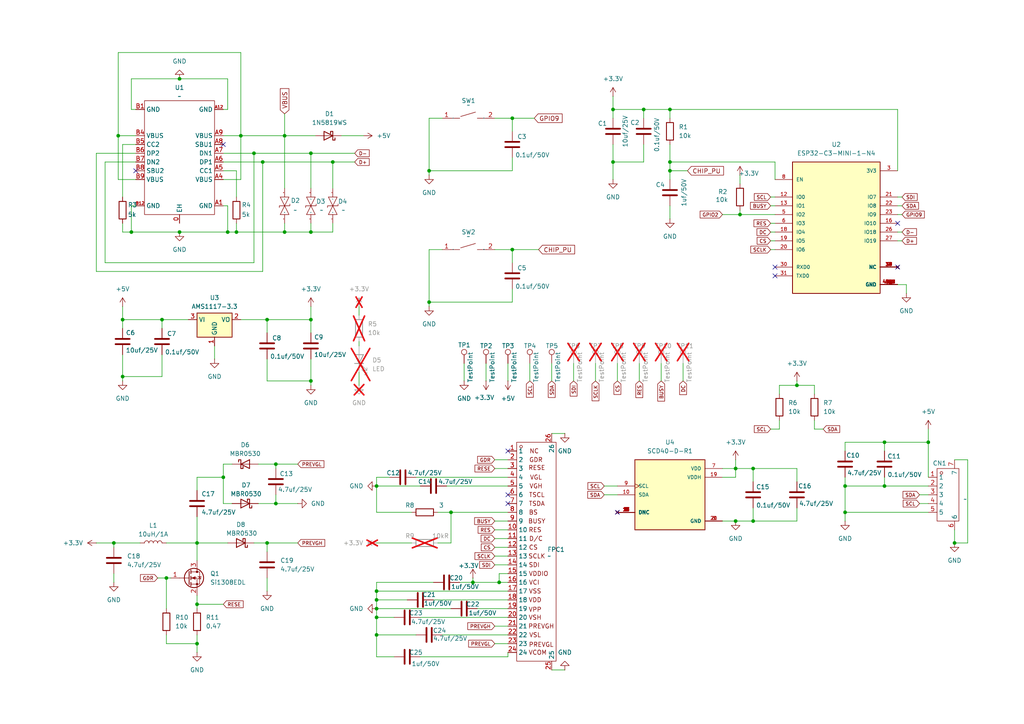
<source format=kicad_sch>
(kicad_sch (version 20250114) (generator "eeschema") (generator_version "9.0")
  (paper "A4")
  (junction (at 269.24 128.27))
  (junction (at 57.15 175.26))
  (junction (at 69.85 39.37))
  (junction (at 64.77 138.43))
  (junction (at 52.07 22.86))
  (junction (at 177.8 46.99))
  (junction (at 90.17 92.71))
  (junction (at 144.78 168.91))
  (junction (at 109.22 176.53))
  (junction (at 194.31 49.53))
  (junction (at 52.07 67.31))
  (junction (at 148.59 34.29))
  (junction (at 77.47 157.48))
  (junction (at 109.22 179.07))
  (junction (at 218.44 151.13))
  (junction (at 35.56 92.71))
  (junction (at 68.58 67.31))
  (junction (at 90.17 67.31))
  (junction (at 77.47 92.71))
  (junction (at 214.63 62.23))
  (junction (at 80.01 146.05))
  (junction (at 109.22 140.97))
  (junction (at 82.55 39.37))
  (junction (at 38.1 67.31))
  (junction (at 256.54 128.27))
  (junction (at 109.22 173.99))
  (junction (at 76.2 46.99))
  (junction (at 213.36 151.13))
  (junction (at 109.22 184.15))
  (junction (at 66.04 67.31))
  (junction (at 256.54 140.97))
  (junction (at 177.8 31.75))
  (junction (at 276.86 157.48))
  (junction (at 33.02 157.48))
  (junction (at 46.99 92.71))
  (junction (at 194.31 31.75))
  (junction (at 194.31 46.99))
  (junction (at 80.01 134.62))
  (junction (at 34.29 39.37))
  (junction (at 90.17 44.45))
  (junction (at 90.17 110.49))
  (junction (at 213.36 135.89))
  (junction (at 218.44 135.89))
  (junction (at 137.16 168.91))
  (junction (at 124.46 49.53))
  (junction (at 124.46 87.63))
  (junction (at 96.52 46.99))
  (junction (at 109.22 171.45))
  (junction (at 231.14 111.76))
  (junction (at 73.66 44.45))
  (junction (at 35.56 109.22))
  (junction (at 245.11 148.59))
  (junction (at 130.81 148.59))
  (junction (at 82.55 67.31))
  (junction (at 245.11 140.97))
  (junction (at 48.26 167.64))
  (junction (at 57.15 186.69))
  (junction (at 57.15 157.48))
  (junction (at 186.69 31.75))
  (junction (at 148.59 72.39))
  (no_connect (at 64.77 41.91))
  (no_connect (at 147.32 130.81))
  (no_connect (at 260.35 64.77))
  (no_connect (at 224.79 77.47))
  (no_connect (at 224.79 80.01))
  (no_connect (at 147.32 143.51))
  (no_connect (at 147.32 146.05))
  (no_connect (at 39.37 49.53))
  (no_connect (at 260.35 77.47))
  (no_connect (at 179.07 148.59))
  (wire (pts (xy 57.15 142.24) (xy 57.15 138.43)))
  (wire (pts (xy 64.77 49.53) (xy 68.58 49.53)))
  (wire (pts (xy 57.15 157.48) (xy 57.15 162.56)))
  (wire (pts (xy 143.51 186.69) (xy 147.32 186.69)))
  (wire (pts (xy 175.26 143.51) (xy 179.07 143.51)))
  (wire (pts (xy 77.47 104.14) (xy 77.47 110.49)))
  (wire (pts (xy 209.55 62.23) (xy 214.63 62.23)))
  (wire (pts (xy 33.02 166.37) (xy 33.02 168.91)))
  (wire (pts (xy 64.77 52.07) (xy 69.85 52.07)))
  (wire (pts (xy 64.77 46.99) (xy 76.2 46.99)))
  (wire (pts (xy 73.66 44.45) (xy 90.17 44.45)))
  (wire (pts (xy 69.85 15.24) (xy 69.85 39.37)))
  (wire (pts (xy 128.27 184.15) (xy 147.32 184.15)))
  (wire (pts (xy 209.55 135.89) (xy 213.36 135.89)))
  (wire (pts (xy 114.3 190.5) (xy 109.22 190.5)))
  (wire (pts (xy 35.56 67.31) (xy 38.1 67.31)))
  (wire (pts (xy 77.47 96.52) (xy 77.47 92.71)))
  (wire (pts (xy 120.65 138.43) (xy 147.32 138.43)))
  (wire (pts (xy 34.29 39.37) (xy 34.29 15.24)))
  (wire (pts (xy 256.54 128.27) (xy 269.24 128.27)))
  (wire (pts (xy 66.04 67.31) (xy 68.58 67.31)))
  (wire (pts (xy 226.06 124.46) (xy 226.06 121.92)))
  (wire (pts (xy 80.01 134.62) (xy 86.36 134.62)))
  (wire (pts (xy 35.56 92.71) (xy 46.99 92.71)))
  (wire (pts (xy 166.37 105.41) (xy 166.37 110.49)))
  (wire (pts (xy 77.47 157.48) (xy 86.36 157.48)))
  (wire (pts (xy 127 148.59) (xy 130.81 148.59)))
  (wire (pts (xy 186.69 46.99) (xy 177.8 46.99)))
  (wire (pts (xy 238.76 124.46) (xy 236.22 124.46)))
  (wire (pts (xy 69.85 92.71) (xy 77.47 92.71)))
  (wire (pts (xy 256.54 128.27) (xy 256.54 130.81)))
  (wire (pts (xy 57.15 186.69) (xy 57.15 189.23)))
  (wire (pts (xy 143.51 151.13) (xy 147.32 151.13)))
  (wire (pts (xy 64.77 138.43) (xy 64.77 146.05)))
  (wire (pts (xy 64.77 44.45) (xy 73.66 44.45)))
  (wire (pts (xy 144.78 168.91) (xy 147.32 168.91)))
  (wire (pts (xy 256.54 140.97) (xy 269.24 140.97)))
  (wire (pts (xy 35.56 102.87) (xy 35.56 109.22)))
  (wire (pts (xy 269.24 128.27) (xy 269.24 138.43)))
  (wire (pts (xy 119.38 148.59) (xy 109.22 148.59)))
  (wire (pts (xy 194.31 41.91) (xy 194.31 46.99)))
  (wire (pts (xy 109.22 184.15) (xy 109.22 190.5)))
  (wire (pts (xy 109.22 157.48) (xy 119.38 157.48)))
  (wire (pts (xy 137.16 167.64) (xy 137.16 168.91)))
  (wire (pts (xy 198.12 105.41) (xy 198.12 110.49)))
  (wire (pts (xy 125.73 173.99) (xy 147.32 173.99)))
  (wire (pts (xy 96.52 67.31) (xy 90.17 67.31)))
  (wire (pts (xy 64.77 134.62) (xy 64.77 138.43)))
  (wire (pts (xy 77.47 92.71) (xy 90.17 92.71)))
  (wire (pts (xy 68.58 67.31) (xy 82.55 67.31)))
  (wire (pts (xy 74.93 134.62) (xy 80.01 134.62)))
  (wire (pts (xy 194.31 46.99) (xy 224.79 46.99)))
  (wire (pts (xy 38.1 59.69) (xy 39.37 59.69)))
  (wire (pts (xy 64.77 59.69) (xy 66.04 59.69)))
  (wire (pts (xy 90.17 67.31) (xy 82.55 67.31)))
  (wire (pts (xy 66.04 157.48) (xy 57.15 157.48)))
  (wire (pts (xy 245.11 128.27) (xy 256.54 128.27)))
  (wire (pts (xy 177.8 27.94) (xy 177.8 31.75)))
  (wire (pts (xy 57.15 157.48) (xy 57.15 149.86)))
  (wire (pts (xy 76.2 78.74) (xy 76.2 46.99)))
  (wire (pts (xy 118.11 173.99) (xy 109.22 173.99)))
  (wire (pts (xy 231.14 139.7) (xy 231.14 135.89)))
  (wire (pts (xy 57.15 186.69) (xy 57.15 184.15)))
  (wire (pts (xy 231.14 147.32) (xy 231.14 151.13)))
  (wire (pts (xy 214.63 62.23) (xy 224.79 62.23)))
  (wire (pts (xy 109.22 173.99) (xy 109.22 176.53)))
  (wire (pts (xy 130.81 157.48) (xy 130.81 148.59)))
  (wire (pts (xy 68.58 67.31) (xy 68.58 64.77)))
  (wire (pts (xy 236.22 114.3) (xy 236.22 111.76)))
  (wire (pts (xy 147.32 190.5) (xy 147.32 189.23)))
  (wire (pts (xy 226.06 114.3) (xy 226.06 111.76)))
  (wire (pts (xy 177.8 34.29) (xy 177.8 31.75)))
  (wire (pts (xy 223.52 69.85) (xy 224.79 69.85)))
  (wire (pts (xy 82.55 39.37) (xy 91.44 39.37)))
  (wire (pts (xy 143.51 153.67) (xy 147.32 153.67)))
  (wire (pts (xy 223.52 67.31) (xy 224.79 67.31)))
  (wire (pts (xy 172.72 105.41) (xy 172.72 110.49)))
  (wire (pts (xy 104.14 99.06) (xy 104.14 100.33)))
  (wire (pts (xy 245.11 140.97) (xy 245.11 148.59)))
  (wire (pts (xy 186.69 34.29) (xy 186.69 31.75)))
  (wire (pts (xy 109.22 179.07) (xy 114.3 179.07)))
  (wire (pts (xy 104.14 107.95) (xy 104.14 111.76)))
  (wire (pts (xy 57.15 175.26) (xy 57.15 176.53)))
  (wire (pts (xy 214.63 60.96) (xy 214.63 62.23)))
  (wire (pts (xy 213.36 138.43) (xy 209.55 138.43)))
  (wire (pts (xy 80.01 134.62) (xy 80.01 135.89)))
  (wire (pts (xy 269.24 124.46) (xy 269.24 128.27)))
  (wire (pts (xy 148.59 87.63) (xy 124.46 87.63)))
  (wire (pts (xy 245.11 148.59) (xy 269.24 148.59)))
  (wire (pts (xy 130.81 148.59) (xy 147.32 148.59)))
  (wire (pts (xy 148.59 49.53) (xy 124.46 49.53)))
  (wire (pts (xy 90.17 92.71) (xy 90.17 96.52)))
  (wire (pts (xy 66.04 31.75) (xy 64.77 31.75)))
  (wire (pts (xy 260.35 59.69) (xy 261.62 59.69)))
  (wire (pts (xy 64.77 146.05) (xy 67.31 146.05)))
  (wire (pts (xy 67.31 134.62) (xy 64.77 134.62)))
  (wire (pts (xy 34.29 15.24) (xy 69.85 15.24)))
  (wire (pts (xy 245.11 128.27) (xy 245.11 130.81)))
  (wire (pts (xy 218.44 135.89) (xy 213.36 135.89)))
  (wire (pts (xy 143.51 135.89) (xy 147.32 135.89)))
  (wire (pts (xy 236.22 124.46) (xy 236.22 121.92)))
  (wire (pts (xy 38.1 59.69) (xy 38.1 67.31)))
  (wire (pts (xy 80.01 143.51) (xy 80.01 146.05)))
  (wire (pts (xy 175.26 140.97) (xy 179.07 140.97)))
  (wire (pts (xy 38.1 67.31) (xy 52.07 67.31)))
  (wire (pts (xy 27.94 44.45) (xy 27.94 78.74)))
  (wire (pts (xy 133.35 168.91) (xy 137.16 168.91)))
  (wire (pts (xy 179.07 105.41) (xy 179.07 110.49)))
  (wire (pts (xy 74.93 146.05) (xy 80.01 146.05)))
  (wire (pts (xy 45.72 167.64) (xy 48.26 167.64)))
  (wire (pts (xy 124.46 72.39) (xy 124.46 87.63)))
  (wire (pts (xy 160.02 105.41) (xy 160.02 110.49)))
  (wire (pts (xy 148.59 76.2) (xy 148.59 72.39)))
  (wire (pts (xy 191.77 105.41) (xy 191.77 110.49)))
  (wire (pts (xy 66.04 22.86) (xy 52.07 22.86)))
  (wire (pts (xy 223.52 57.15) (xy 224.79 57.15)))
  (wire (pts (xy 34.29 39.37) (xy 39.37 39.37)))
  (wire (pts (xy 27.94 157.48) (xy 33.02 157.48)))
  (wire (pts (xy 128.27 72.39) (xy 124.46 72.39)))
  (wire (pts (xy 280.67 157.48) (xy 276.86 157.48)))
  (wire (pts (xy 194.31 59.69) (xy 194.31 63.5)))
  (wire (pts (xy 129.54 140.97) (xy 147.32 140.97)))
  (wire (pts (xy 35.56 109.22) (xy 35.56 110.49)))
  (wire (pts (xy 109.22 184.15) (xy 120.65 184.15)))
  (wire (pts (xy 245.11 140.97) (xy 256.54 140.97)))
  (wire (pts (xy 48.26 167.64) (xy 48.26 176.53)))
  (wire (pts (xy 121.92 179.07) (xy 147.32 179.07)))
  (wire (pts (xy 148.59 38.1) (xy 148.59 34.29)))
  (wire (pts (xy 209.55 151.13) (xy 213.36 151.13)))
  (wire (pts (xy 64.77 39.37) (xy 69.85 39.37)))
  (wire (pts (xy 143.51 133.35) (xy 147.32 133.35)))
  (wire (pts (xy 109.22 171.45) (xy 109.22 173.99)))
  (wire (pts (xy 35.56 88.9) (xy 35.56 92.71)))
  (wire (pts (xy 186.69 41.91) (xy 186.69 46.99)))
  (wire (pts (xy 245.11 138.43) (xy 245.11 140.97)))
  (wire (pts (xy 48.26 157.48) (xy 57.15 157.48)))
  (wire (pts (xy 276.86 153.67) (xy 276.86 157.48)))
  (wire (pts (xy 48.26 167.64) (xy 49.53 167.64)))
  (wire (pts (xy 260.35 67.31) (xy 261.62 67.31)))
  (wire (pts (xy 223.52 72.39) (xy 224.79 72.39)))
  (wire (pts (xy 90.17 110.49) (xy 90.17 111.76)))
  (wire (pts (xy 147.32 171.45) (xy 109.22 171.45)))
  (wire (pts (xy 35.56 41.91) (xy 35.56 57.15)))
  (wire (pts (xy 260.35 57.15) (xy 261.62 57.15)))
  (wire (pts (xy 218.44 147.32) (xy 218.44 151.13)))
  (wire (pts (xy 40.64 157.48) (xy 33.02 157.48)))
  (wire (pts (xy 27.94 78.74) (xy 76.2 78.74)))
  (wire (pts (xy 143.51 181.61) (xy 147.32 181.61)))
  (wire (pts (xy 194.31 31.75) (xy 260.35 31.75)))
  (wire (pts (xy 185.42 105.41) (xy 185.42 110.49)))
  (wire (pts (xy 121.92 190.5) (xy 147.32 190.5)))
  (wire (pts (xy 77.47 157.48) (xy 77.47 160.02)))
  (wire (pts (xy 109.22 179.07) (xy 109.22 184.15)))
  (wire (pts (xy 245.11 151.13) (xy 245.11 148.59)))
  (wire (pts (xy 256.54 138.43) (xy 256.54 140.97)))
  (wire (pts (xy 48.26 186.69) (xy 57.15 186.69)))
  (wire (pts (xy 177.8 46.99) (xy 177.8 52.07)))
  (wire (pts (xy 231.14 151.13) (xy 218.44 151.13)))
  (wire (pts (xy 266.7 146.05) (xy 269.24 146.05)))
  (wire (pts (xy 124.46 34.29) (xy 124.46 49.53)))
  (wire (pts (xy 148.59 34.29) (xy 143.51 34.29)))
  (wire (pts (xy 231.14 111.76) (xy 231.14 110.49)))
  (wire (pts (xy 66.04 31.75) (xy 66.04 22.86)))
  (wire (pts (xy 57.15 172.72) (xy 57.15 175.26)))
  (wire (pts (xy 186.69 31.75) (xy 194.31 31.75)))
  (wire (pts (xy 57.15 175.26) (xy 64.77 175.26)))
  (wire (pts (xy 127 157.48) (xy 130.81 157.48)))
  (wire (pts (xy 194.31 49.53) (xy 194.31 52.07)))
  (wire (pts (xy 236.22 111.76) (xy 231.14 111.76)))
  (wire (pts (xy 109.22 176.53) (xy 130.81 176.53)))
  (wire (pts (xy 177.8 31.75) (xy 186.69 31.75)))
  (wire (pts (xy 194.31 46.99) (xy 194.31 49.53)))
  (wire (pts (xy 62.23 100.33) (xy 62.23 104.14)))
  (wire (pts (xy 266.7 143.51) (xy 269.24 143.51)))
  (wire (pts (xy 96.52 46.99) (xy 96.52 54.61)))
  (wire (pts (xy 213.36 133.35) (xy 213.36 135.89)))
  (wire (pts (xy 90.17 44.45) (xy 102.87 44.45)))
  (wire (pts (xy 68.58 49.53) (xy 68.58 57.15)))
  (wire (pts (xy 77.47 167.64) (xy 77.47 171.45)))
  (wire (pts (xy 153.67 105.41) (xy 153.67 110.49)))
  (wire (pts (xy 80.01 146.05) (xy 86.36 146.05)))
  (wire (pts (xy 260.35 49.53) (xy 260.35 31.75)))
  (wire (pts (xy 218.44 151.13) (xy 213.36 151.13)))
  (wire (pts (xy 143.51 161.29) (xy 147.32 161.29)))
  (wire (pts (xy 90.17 44.45) (xy 90.17 54.61)))
  (wire (pts (xy 39.37 52.07) (xy 34.29 52.07)))
  (wire (pts (xy 30.48 46.99) (xy 30.48 76.2)))
  (wire (pts (xy 262.89 85.09) (xy 262.89 82.55)))
  (wire (pts (xy 35.56 92.71) (xy 35.56 95.25)))
  (wire (pts (xy 69.85 52.07) (xy 69.85 39.37)))
  (wire (pts (xy 148.59 34.29) (xy 154.94 34.29)))
  (wire (pts (xy 140.97 105.41) (xy 140.97 110.49)))
  (wire (pts (xy 66.04 59.69) (xy 66.04 67.31)))
  (wire (pts (xy 137.16 168.91) (xy 144.78 168.91)))
  (wire (pts (xy 34.29 52.07) (xy 34.29 39.37)))
  (wire (pts (xy 143.51 158.75) (xy 147.32 158.75)))
  (wire (pts (xy 30.48 76.2) (xy 73.66 76.2)))
  (wire (pts (xy 90.17 88.9) (xy 90.17 92.71)))
  (wire (pts (xy 160.02 194.31) (xy 163.83 194.31)))
  (wire (pts (xy 69.85 39.37) (xy 82.55 39.37)))
  (wire (pts (xy 109.22 148.59) (xy 109.22 140.97)))
  (wire (pts (xy 177.8 41.91) (xy 177.8 46.99)))
  (wire (pts (xy 276.86 133.35) (xy 280.67 133.35)))
  (wire (pts (xy 46.99 92.71) (xy 54.61 92.71)))
  (wire (pts (xy 90.17 64.77) (xy 90.17 67.31)))
  (wire (pts (xy 160.02 125.73) (xy 163.83 125.73)))
  (wire (pts (xy 194.31 49.53) (xy 199.39 49.53)))
  (wire (pts (xy 231.14 135.89) (xy 218.44 135.89)))
  (wire (pts (xy 194.31 31.75) (xy 194.31 34.29)))
  (wire (pts (xy 33.02 157.48) (xy 33.02 158.75)))
  (wire (pts (xy 147.32 105.41) (xy 147.32 110.49)))
  (wire (pts (xy 73.66 157.48) (xy 77.47 157.48)))
  (wire (pts (xy 77.47 110.49) (xy 90.17 110.49)))
  (wire (pts (xy 226.06 111.76) (xy 231.14 111.76)))
  (wire (pts (xy 113.03 138.43) (xy 109.22 138.43)))
  (wire (pts (xy 148.59 83.82) (xy 148.59 87.63)))
  (wire (pts (xy 125.73 168.91) (xy 109.22 168.91)))
  (wire (pts (xy 46.99 95.25) (xy 46.99 92.71)))
  (wire (pts (xy 262.89 82.55) (xy 260.35 82.55)))
  (wire (pts (xy 224.79 46.99) (xy 224.79 52.07)))
  (wire (pts (xy 124.46 87.63) (xy 124.46 88.9)))
  (wire (pts (xy 214.63 50.8) (xy 214.63 53.34)))
  (wire (pts (xy 124.46 34.29) (xy 128.27 34.29)))
  (wire (pts (xy 46.99 102.87) (xy 46.99 109.22)))
  (wire (pts (xy 82.55 39.37) (xy 82.55 54.61)))
  (wire (pts (xy 35.56 67.31) (xy 35.56 64.77)))
  (wire (pts (xy 109.22 176.53) (xy 109.22 179.07)))
  (wire (pts (xy 124.46 49.53) (xy 124.46 50.8)))
  (wire (pts (xy 218.44 139.7) (xy 218.44 135.89)))
  (wire (pts (xy 96.52 46.99) (xy 102.87 46.99)))
  (wire (pts (xy 104.14 88.9) (xy 104.14 91.44)))
  (wire (pts (xy 280.67 133.35) (xy 280.67 157.48)))
  (wire (pts (xy 213.36 135.89) (xy 213.36 138.43)))
  (wire (pts (xy 147.32 166.37) (xy 144.78 166.37)))
  (wire (pts (xy 99.06 39.37) (xy 105.41 39.37)))
  (wire (pts (xy 48.26 184.15) (xy 48.26 186.69)))
  (wire (pts (xy 134.62 105.41) (xy 134.62 110.49)))
  (wire (pts (xy 82.55 33.02) (xy 82.55 39.37)))
  (wire (pts (xy 38.1 22.86) (xy 52.07 22.86)))
  (wire (pts (xy 82.55 64.77) (xy 82.55 67.31)))
  (wire (pts (xy 148.59 72.39) (xy 143.51 72.39)))
  (wire (pts (xy 109.22 138.43) (xy 109.22 140.97)))
  (wire (pts (xy 144.78 166.37) (xy 144.78 168.91)))
  (wire (pts (xy 39.37 41.91) (xy 35.56 41.91)))
  (wire (pts (xy 46.99 109.22) (xy 35.56 109.22)))
  (wire (pts (xy 260.35 69.85) (xy 261.62 69.85)))
  (wire (pts (xy 39.37 46.99) (xy 30.48 46.99)))
  (wire (pts (xy 76.2 46.99) (xy 96.52 46.99)))
  (wire (pts (xy 143.51 163.83) (xy 147.32 163.83)))
  (wire (pts (xy 90.17 104.14) (xy 90.17 110.49)))
  (wire (pts (xy 38.1 31.75) (xy 38.1 22.86)))
  (wire (pts (xy 109.22 140.97) (xy 121.92 140.97)))
  (wire (pts (xy 143.51 156.21) (xy 147.32 156.21)))
  (wire (pts (xy 39.37 44.45) (xy 27.94 44.45)))
  (wire (pts (xy 52.07 67.31) (xy 66.04 67.31)))
  (wire (pts (xy 109.22 168.91) (xy 109.22 171.45)))
  (wire (pts (xy 260.35 62.23) (xy 261.62 62.23)))
  (wire (pts (xy 96.52 64.77) (xy 96.52 67.31)))
  (wire (pts (xy 223.52 59.69) (xy 224.79 59.69)))
  (wire (pts (xy 73.66 76.2) (xy 73.66 44.45)))
  (wire (pts (xy 148.59 72.39) (xy 156.21 72.39)))
  (wire (pts (xy 223.52 64.77) (xy 224.79 64.77)))
  (wire (pts (xy 223.52 124.46) (xy 226.06 124.46)))
  (wire (pts (xy 57.15 138.43) (xy 64.77 138.43)))
  (wire (pts (xy 138.43 176.53) (xy 147.32 176.53)))
  (wire (pts (xy 148.59 45.72) (xy 148.59 49.53)))
  (wire (pts (xy 38.1 31.75) (xy 39.37 31.75)))
  (global_label "VBUS" (shape input) (at 82.55 33.02 90) (property "Intersheetrefs" "${INTERSHEET_REFS}" (effects (hide yes))))
  (global_label "SCL" (shape input) (at 266.7 146.05 180) (effects (font (size 1.016 1.016))) (property "Intersheetrefs" "${INTERSHEET_REFS}" (effects (hide yes))))
  (global_label "SCL" (shape input) (at 223.52 57.15 180) (effects (font (size 1.016 1.016))) (property "Intersheetrefs" "${INTERSHEET_REFS}" (effects (hide yes))))
  (global_label "CHIP_PU" (shape input) (at 156.21 72.39 0) (property "Intersheetrefs" "${INTERSHEET_REFS}" (effects (hide yes))))
  (global_label "PREVGH" (shape input) (at 86.36 157.48 0) (effects (font (size 1.016 1.016))) (property "Intersheetrefs" "${INTERSHEET_REFS}" (effects (hide yes))))
  (global_label "CS" (shape input) (at 143.51 158.75 180) (effects (font (size 1.016 1.016))) (property "Intersheetrefs" "${INTERSHEET_REFS}" (effects (hide yes))))
  (global_label "PREVGH" (shape input) (at 143.51 181.61 180) (effects (font (size 1.016 1.016))) (property "Intersheetrefs" "${INTERSHEET_REFS}" (effects (hide yes))))
  (global_label "GPIO9" (shape input) (at 154.94 34.29 0) (property "Intersheetrefs" "${INTERSHEET_REFS}" (effects (hide yes))))
  (global_label "SDI" (shape input) (at 261.62 57.15 0) (effects (font (size 1.016 1.016))) (property "Intersheetrefs" "${INTERSHEET_REFS}" (effects (hide yes))))
  (global_label "CS" (shape input) (at 179.07 110.49 270) (effects (font (size 1.016 1.016))) (property "Intersheetrefs" "${INTERSHEET_REFS}" (effects (hide yes))))
  (global_label "SCL" (shape input) (at 153.67 110.49 270) (effects (font (size 1.016 1.016))) (property "Intersheetrefs" "${INTERSHEET_REFS}" (effects (hide yes))))
  (global_label "SCL" (shape input) (at 223.52 124.46 180) (effects (font (size 1.016 1.016))) (property "Intersheetrefs" "${INTERSHEET_REFS}" (effects (hide yes))))
  (global_label "SDI" (shape input) (at 166.37 110.49 270) (effects (font (size 1.016 1.016))) (property "Intersheetrefs" "${INTERSHEET_REFS}" (effects (hide yes))))
  (global_label "SCLK" (shape input) (at 143.51 161.29 180) (effects (font (size 1.016 1.016))) (property "Intersheetrefs" "${INTERSHEET_REFS}" (effects (hide yes))))
  (global_label "SCLK" (shape input) (at 172.72 110.49 270) (effects (font (size 1.016 1.016))) (property "Intersheetrefs" "${INTERSHEET_REFS}" (effects (hide yes))))
  (global_label "DC" (shape input) (at 198.12 110.49 270) (effects (font (size 1.016 1.016))) (property "Intersheetrefs" "${INTERSHEET_REFS}" (effects (hide yes))))
  (global_label "RES" (shape input) (at 143.51 153.67 180) (effects (font (size 1.016 1.016))) (property "Intersheetrefs" "${INTERSHEET_REFS}" (effects (hide yes))))
  (global_label "CHIP_PU" (shape input) (at 199.39 49.53 0) (property "Intersheetrefs" "${INTERSHEET_REFS}" (effects (hide yes))))
  (global_label "SDA" (shape input) (at 266.7 143.51 180) (effects (font (size 1.016 1.016))) (property "Intersheetrefs" "${INTERSHEET_REFS}" (effects (hide yes))))
  (global_label "PREVGL" (shape input) (at 86.36 134.62 0) (effects (font (size 1.016 1.016))) (property "Intersheetrefs" "${INTERSHEET_REFS}" (effects (hide yes))))
  (global_label "GPIO2" (shape input) (at 209.55 62.23 180) (effects (font (size 1.016 1.016))) (property "Intersheetrefs" "${INTERSHEET_REFS}" (effects (hide yes))))
  (global_label "D-" (shape input) (at 261.62 67.31 0) (effects (font (size 1.016 1.016))) (property "Intersheetrefs" "${INTERSHEET_REFS}" (effects (hide yes))))
  (global_label "RESE" (shape input) (at 64.77 175.26 0) (effects (font (size 1.016 1.016))) (property "Intersheetrefs" "${INTERSHEET_REFS}" (effects (hide yes))))
  (global_label "GPIO9" (shape input) (at 261.62 62.23 0) (effects (font (size 1.016 1.016))) (property "Intersheetrefs" "${INTERSHEET_REFS}" (effects (hide yes))))
  (global_label "RES" (shape input) (at 223.52 64.77 180) (effects (font (size 1.016 1.016))) (property "Intersheetrefs" "${INTERSHEET_REFS}" (effects (hide yes))))
  (global_label "SCLK" (shape input) (at 223.52 72.39 180) (effects (font (size 1.016 1.016))) (property "Intersheetrefs" "${INTERSHEET_REFS}" (effects (hide yes))))
  (global_label "DC" (shape input) (at 143.51 156.21 180) (effects (font (size 1.016 1.016))) (property "Intersheetrefs" "${INTERSHEET_REFS}" (effects (hide yes))))
  (global_label "SDA" (shape input) (at 175.26 143.51 180) (effects (font (size 1.016 1.016))) (property "Intersheetrefs" "${INTERSHEET_REFS}" (effects (hide yes))))
  (global_label "BUSY" (shape input) (at 223.52 59.69 180) (effects (font (size 1.016 1.016))) (property "Intersheetrefs" "${INTERSHEET_REFS}" (effects (hide yes))))
  (global_label "SDA" (shape input) (at 160.02 110.49 270) (effects (font (size 1.016 1.016))) (property "Intersheetrefs" "${INTERSHEET_REFS}" (effects (hide yes))))
  (global_label "SDA" (shape input) (at 238.76 124.46 0) (effects (font (size 1.016 1.016))) (property "Intersheetrefs" "${INTERSHEET_REFS}" (effects (hide yes))))
  (global_label "DC" (shape input) (at 223.52 67.31 180) (effects (font (size 1.016 1.016))) (property "Intersheetrefs" "${INTERSHEET_REFS}" (effects (hide yes))))
  (global_label "D+" (shape input) (at 261.62 69.85 0) (effects (font (size 1.016 1.016))) (property "Intersheetrefs" "${INTERSHEET_REFS}" (effects (hide yes))))
  (global_label "SDA" (shape input) (at 261.62 59.69 0) (effects (font (size 1.016 1.016))) (property "Intersheetrefs" "${INTERSHEET_REFS}" (effects (hide yes))))
  (global_label "D+" (shape input) (at 102.87 46.99 0) (effects (font (size 1.016 1.016))) (property "Intersheetrefs" "${INTERSHEET_REFS}" (effects (hide yes))))
  (global_label "SDI" (shape input) (at 143.51 163.83 180) (effects (font (size 1.016 1.016))) (property "Intersheetrefs" "${INTERSHEET_REFS}" (effects (hide yes))))
  (global_label "GDR" (shape input) (at 45.72 167.64 180) (effects (font (size 1.016 1.016))) (property "Intersheetrefs" "${INTERSHEET_REFS}" (effects (hide yes))))
  (global_label "RESE" (shape input) (at 143.51 135.89 180) (effects (font (size 1.016 1.016))) (property "Intersheetrefs" "${INTERSHEET_REFS}" (effects (hide yes))))
  (global_label "D-" (shape input) (at 102.87 44.45 0) (effects (font (size 1.016 1.016))) (property "Intersheetrefs" "${INTERSHEET_REFS}" (effects (hide yes))))
  (global_label "PREVGL" (shape input) (at 143.51 186.69 180) (effects (font (size 1.016 1.016))) (property "Intersheetrefs" "${INTERSHEET_REFS}" (effects (hide yes))))
  (global_label "BUSY" (shape input) (at 191.77 110.49 270) (effects (font (size 1.016 1.016))) (property "Intersheetrefs" "${INTERSHEET_REFS}" (effects (hide yes))))
  (global_label "SCL" (shape input) (at 175.26 140.97 180) (effects (font (size 1.016 1.016))) (property "Intersheetrefs" "${INTERSHEET_REFS}" (effects (hide yes))))
  (global_label "RES" (shape input) (at 185.42 110.49 270) (effects (font (size 1.016 1.016))) (property "Intersheetrefs" "${INTERSHEET_REFS}" (effects (hide yes))))
  (global_label "CS" (shape input) (at 223.52 69.85 180) (effects (font (size 1.016 1.016))) (property "Intersheetrefs" "${INTERSHEET_REFS}" (effects (hide yes))))
  (global_label "BUSY" (shape input) (at 143.51 151.13 180) (effects (font (size 1.016 1.016))) (property "Intersheetrefs" "${INTERSHEET_REFS}" (effects (hide yes))))
  (global_label "GDR" (shape input) (at 143.51 133.35 180) (effects (font (size 1.016 1.016))) (property "Intersheetrefs" "${INTERSHEET_REFS}" (effects (hide yes))))
  (symbol (lib_id "power:GND") (at 109.22 140.97 270) (unit 1)
    (property "Reference" "#PWR025" (effects (hide yes)))
    (property "Value" "GND" (at 105.41 140.9699 90) (effects (justify right)))
    (property "Description" "Power symbol creates a global label with name \"GND\" , ground" (effects (hide yes)))
  )
  (symbol (lib_id "Device:C") (at 134.62 176.53 270) (unit 1)
    (property "Reference" "C22" (at 137.16 175.26 90))
    (property "Value" "1uf/50V" (at 139.954 177.8 90))
    (property "Footprint" "Capacitor_SMD:C_0603_1608Metric" (effects (hide yes)))
    (property "Description" "Unpolarized capacitor" (effects (hide yes)))
  )
  (symbol (lib_id "power:GND") (at 90.17 111.76 0) (unit 1)
    (property "Reference" "#PWR020" (effects (hide yes)))
    (property "Value" "GND" (at 90.17 116.84 0))
    (property "Description" "Power symbol creates a global label with name \"GND\" , ground" (effects (hide yes)))
  )
  (symbol (lib_id "Device:C") (at 116.84 138.43 90) (unit 1)
    (property "Reference" "C12" (at 114.046 137.16 90))
    (property "Value" "4.7uf/25V" (at 123.19 137.16 90))
    (property "Footprint" "Capacitor_SMD:C_0603_1608Metric" (effects (hide yes)))
    (property "Description" "Unpolarized capacitor" (effects (hide yes)))
  )
  (symbol (lib_id "Device:C") (at 194.31 55.88 180) (unit 1)
    (property "Reference" "C4" (at 191.516 53.594 0))
    (property "Value" "1uf/50V" (at 198.374 55.88 90))
    (property "Footprint" "Capacitor_SMD:C_0603_1608Metric" (effects (hide yes)))
    (property "Description" "Unpolarized capacitor" (effects (hide yes)))
  )
  (symbol (lib_id "power:+5V") (at 35.56 88.9 0) (unit 1)
    (property "Reference" "#PWR010" (effects (hide yes)))
    (property "Value" "+5V" (at 35.56 83.82 0))
    (property "Description" "Power symbol creates a global label with name \"+5V\"" (effects (hide yes)))
  )
  (symbol (lib_id "Connector:TestPoint") (at 185.42 105.41 0) (unit 1) (in_bom no) (on_board no) (dnp yes)
    (property "Reference" "TP9" (at 183.642 100.33 0) (effects (justify left)))
    (property "Value" "TestPoint" (at 187.198 110.998 90) (effects (justify left)))
    (property "Footprint" "TestPoint:TestPoint_Pad_D1.5mm" (effects (hide yes)))
    (property "Description" "test point" (effects (hide yes)))
  )
  (symbol (lib_id "Diode:1N5819WS") (at 95.25 39.37 180) (unit 1)
    (property "Reference" "D1" (at 95.5675 33.02 0))
    (property "Value" "1N5819WS" (at 95.5675 35.56 0))
    (property "Footprint" "Diode_SMD:D_SOD-323" (effects (hide yes)))
    (property "Datasheet" "https://datasheet.lcsc.com/lcsc/2204281430_Guangdong-Hottech-1N5819WS_C191023.pdf" (effects (hide yes)))
    (property "Description" "40V 600mV@1A 1A SOD-323 Schottky Barrier Diodes, SOD-323" (effects (hide yes)))
  )
  (symbol (lib_id "power:GND") (at 276.86 157.48 0) (unit 1)
    (property "Reference" "#PWR031" (effects (hide yes)))
    (property "Value" "GND" (at 276.86 162.56 0))
    (property "Description" "Power symbol creates a global label with name \"GND\" , ground" (effects (hide yes)))
  )
  (symbol (lib_id "Connector:TestPoint") (at 179.07 105.41 0) (unit 1) (in_bom no) (on_board no) (dnp yes)
    (property "Reference" "TP8" (at 177.292 100.33 0) (effects (justify left)))
    (property "Value" "TestPoint" (at 180.848 110.998 90) (effects (justify left)))
    (property "Footprint" "TestPoint:TestPoint_Pad_D1.5mm" (effects (hide yes)))
    (property "Description" "test point" (effects (hide yes)))
  )
  (symbol (lib_id "power:+3.3V") (at 140.97 110.49 180) (unit 1)
    (property "Reference" "#PWR017" (effects (hide yes)))
    (property "Value" "+3.3V" (at 140.462 115.316 0))
    (property "Description" "Power symbol creates a global label with name \"+3.3V\"" (effects (hide yes)))
  )
  (symbol (lib_id "Connector:TestPoint") (at 134.62 105.41 0) (unit 1)
    (property "Reference" "TP1" (at 132.842 100.076 0) (effects (justify left)))
    (property "Value" "TestPoint" (at 136.398 110.998 90) (effects (justify left)))
    (property "Footprint" "TestPoint:TestPoint_Pad_D1.5mm" (effects (hide yes)))
    (property "Description" "test point" (effects (hide yes)))
  )
  (symbol (lib_id "Device:C") (at 245.11 134.62 180) (unit 1)
    (property "Reference" "C10" (at 247.396 132.08 0))
    (property "Value" "4.7uf/25V" (at 250.698 137.16 0))
    (property "Footprint" "Capacitor_SMD:C_0603_1608Metric" (effects (hide yes)))
    (property "Description" "Unpolarized capacitor" (effects (hide yes)))
  )
  (symbol (lib_id "Device:C") (at 177.8 38.1 180) (unit 1)
    (property "Reference" "C1" (at 174.752 35.814 0))
    (property "Value" "10uf/25V" (at 181.356 38.1 90))
    (property "Footprint" "Capacitor_SMD:C_0603_1608Metric" (effects (hide yes)))
    (property "Description" "Unpolarized capacitor" (effects (hide yes)))
  )
  (symbol (lib_id "power:GND") (at 163.83 194.31 180) (unit 1)
    (property "Reference" "#PWR036" (effects (hide yes)))
    (property "Value" "GND" (at 163.83 189.23 0))
    (property "Description" "Power symbol creates a global label with name \"GND\" , ground" (effects (hide yes)))
  )
  (symbol (lib_id "power:GND") (at 163.83 125.73 0) (unit 1)
    (property "Reference" "#PWR023" (effects (hide yes)))
    (property "Value" "GND" (at 163.83 130.81 0))
    (property "Description" "Power symbol creates a global label with name \"GND\" , ground" (effects (hide yes)))
  )
  (symbol (lib_id "power:GND") (at 77.47 171.45 0) (unit 1)
    (property "Reference" "#PWR033" (effects (hide yes)))
    (property "Value" "GND" (at 77.47 176.53 0))
    (property "Description" "Power symbol creates a global label with name \"GND\" , ground" (effects (hide yes)))
  )
  (symbol (lib_id "Device:C") (at 148.59 41.91 0) (unit 1)
    (property "Reference" "C3" (at 151.384 39.624 0))
    (property "Value" "0.1uf/50V" (at 154.432 44.958 0))
    (property "Footprint" "Capacitor_SMD:C_0603_1608Metric" (effects (hide yes)))
    (property "Description" "Unpolarized capacitor" (effects (hide yes)))
  )
  (symbol (lib_id "Device:L") (at 44.45 157.48 90) (unit 1)
    (property "Reference" "L1" (at 44.45 152.4 90))
    (property "Value" "10uH/1A" (at 44.45 154.94 90))
    (property "Footprint" "Inductor_SMD:L_1210_3225Metric" (effects (hide yes)))
    (property "Description" "Inductor" (effects (hide yes)))
  )
  (symbol (lib_id "XUNPU TS-1088-AR02016:TS-1088-AR02016") (at 135.89 72.39 0) (unit 1)
    (property "Reference" "SW2" (at 135.89 67.31 0))
    (property "Value" "~" (at 135.89 68.58 0))
    (property "Footprint" "SW-SMD_L3.9-W3.0-P4.45:SW-SMD_L3.9-W3.0-P4.45" (effects (hide yes)))
    (property "Datasheet" "https://atta.szlcsc.com/upload/public/pdf/source/20200810/C720475_60D09DD6C54279ADDB2DC25100F1CC11.pdf" (effects (hide yes)))
    (property "Description" "Circuit:SPST Actuator Style:Round Button Operating Force:160gf Mounting Style:Brick nogging Switch Length:4mm Switch Width:3mm Switch Height:2mm Strike Gundam:不带 Contact Current:50mA Voltage Rating (DC):12V Insulation Resistance:100MΩ Actuator/Cap Color:B" (effects (hide yes)))
    (property "Manufacturer Part" "TS-1088-AR02016" (effects (hide yes)))
    (property "Manufacturer" "XUNPU(讯普)" (effects (hide yes)))
    (property "Supplier Part" "C720477" (effects (hide yes)))
    (property "Supplier" "LCSC" (effects (hide yes)))
    (property "LCSC Part Name" "4*3*2mm 立贴 轻触开关" (effects (hide yes)))
  )
  (symbol (lib_id "Device:R") (at 35.56 60.96 180) (unit 1)
    (property "Reference" "R3" (at 37.084 59.436 0) (effects (justify right)))
    (property "Value" "5k" (at 37.084 62.23 0) (effects (justify right)))
    (property "Footprint" "Resistor_SMD:R_0402_1005Metric" (effects (hide yes)))
    (property "Description" "Resistor" (effects (hide yes)))
  )
  (symbol (lib_id "power:GND") (at 35.56 110.49 0) (unit 1)
    (property "Reference" "#PWR015" (effects (hide yes)))
    (property "Value" "GND" (at 35.56 115.57 0))
    (property "Description" "Power symbol creates a global label with name \"GND\" , ground" (effects (hide yes)))
  )
  (symbol (lib_id "Device:C") (at 90.17 100.33 180) (unit 1)
    (property "Reference" "C9" (at 92.456 97.79 0))
    (property "Value" "10uf/25V" (at 95.758 102.87 0))
    (property "Footprint" "Capacitor_SMD:C_0603_1608Metric" (effects (hide yes)))
    (property "Description" "Unpolarized capacitor" (effects (hide yes)))
  )
  (symbol (lib_id "Device:C") (at 125.73 140.97 90) (unit 1)
    (property "Reference" "C14" (at 123.19 139.7 90))
    (property "Value" "4.7uf/25V" (at 132.08 139.7 90))
    (property "Footprint" "Capacitor_SMD:C_0603_1608Metric" (effects (hide yes)))
    (property "Description" "Unpolarized capacitor" (effects (hide yes)))
  )
  (symbol (lib_id "Device:C") (at 33.02 162.56 0) (unit 1)
    (property "Reference" "C18" (at 36.83 161.2899 0) (effects (justify left)))
    (property "Value" "4.7uf/25V" (at 36.83 163.8299 0) (effects (justify left)))
    (property "Footprint" "Capacitor_SMD:C_0603_1608Metric" (effects (hide yes)))
    (property "Description" "Unpolarized capacitor" (effects (hide yes)))
  )
  (symbol (lib_id "power:+3.3V") (at 214.63 50.8 0) (unit 1)
    (property "Reference" "#PWR05" (effects (hide yes)))
    (property "Value" "+3.3V" (at 217.17 50.292 0))
    (property "Description" "Power symbol creates a global label with name \"+3.3V\"" (effects (hide yes)))
  )
  (symbol (lib_id "LRC LESD5D5.0CT1G:LESD5D5.0CT1G") (at 90.17 59.69 90) (unit 1)
    (property "Reference" "D3" (at 91.694 58.42 90) (effects (justify right)))
    (property "Value" "~" (at 92.71 60.96 90) (effects (justify right)))
    (property "Footprint" "SOD-523_L1.2-W0.8-LS1.6-BI:SOD-523_L1.2-W0.8-LS1.6-BI" (effects (hide yes)))
    (property "Datasheet" "https://atta.szlcsc.com/upload/public/pdf/source/20190807/C383211_633DF4B4E2C161403226E5235FE33A1C.pdf" (effects (hide yes)))
    (property "Description" "polarity:Bidirectional Reverse Stand-Off Voltage (Vrwm):5V Maximum Clamping Voltage:18.6V Peak Pulse Current (Ipp):9.4A Breakdown Voltage:5.6V Type:ESD" (effects (hide yes)))
    (property "Manufacturer Part" "LESD5D5.0CT1G" (effects (hide yes)))
    (property "Manufacturer" "LRC(乐山无线电)" (effects (hide yes)))
    (property "Supplier Part" "C383211" (effects (hide yes)))
    (property "Supplier" "LCSC" (effects (hide yes)))
    (property "LCSC Part Name" "双向ESD" (effects (hide yes)))
  )
  (symbol (lib_id "TYPE-C 16PLT-H10:TYPE-C 16PLT-H10.0") (at 52.07 46.99 0) (unit 1)
    (property "Reference" "U1" (at 52.07 25.4 0))
    (property "Value" "~" (at 52.07 27.94 0))
    (property "Footprint" "USBC_SMD_VERTICAL:TYPE-C-SMD_USB4120-03-C" (effects (hide yes)))
    (property "Datasheet" "https://atta.szlcsc.com/upload/public/pdf/source/20220627/29253729C3C7BA78ED37A3D91B55CE65.pdf" (effects (hide yes)))
    (property "Description" "Connector Type:Type-C Standard:USB 3.1 Gender:Female Mounting Style:Standing paste Number of Contacts:16P Number of Ports:1 Current Rating - Power (Max):5A Contact Material:- Contact Plating:- Operating Temperature Range:-40°C~+85°C Operating Temperature Ra" (effects (hide yes)))
    (property "Manufacturer Part" "TYPE-C 16PLT-H10.0" (effects (hide yes)))
    (property "Manufacturer" "SHOU HAN(首韩)" (effects (hide yes)))
    (property "Supplier Part" "C3151749" (effects (hide yes)))
    (property "Supplier" "LCSC" (effects (hide yes)))
    (property "LCSC Part Name" "Type-C 母 立贴" (effects (hide yes)))
  )
  (symbol (lib_id "Connector:TestPoint") (at 198.12 105.41 0) (unit 1) (in_bom no) (on_board no) (dnp yes)
    (property "Reference" "TP11" (at 196.342 100.33 0) (effects (justify left)))
    (property "Value" "TestPoint" (at 199.898 110.998 90) (effects (justify left)))
    (property "Footprint" "TestPoint:TestPoint_Pad_D1.5mm" (effects (hide yes)))
    (property "Description" "test point" (effects (hide yes)))
  )
  (symbol (lib_id "Device:R") (at 123.19 148.59 270) (unit 1)
    (property "Reference" "R8" (at 118.872 146.558 90))
    (property "Value" "3" (at 128.016 146.558 90))
    (property "Footprint" "Resistor_SMD:R_0402_1005Metric" (effects (hide yes)))
    (property "Description" "Resistor" (effects (hide yes)))
  )
  (symbol (lib_id "Device:LED") (at 104.14 104.14 90) (unit 1) (in_bom no) (on_board no) (dnp yes)
    (property "Reference" "D5" (at 107.95 104.4574 90) (effects (justify right)))
    (property "Value" "LED" (at 107.95 106.9974 90) (effects (justify right)))
    (property "Footprint" "LED_SMD:LED_0603_1608Metric" (effects (hide yes)))
    (property "Description" "Light emitting diode" (effects (hide yes)))
    (property "Sim.Pins" "1=K 2=A" (effects (hide yes)))
  )
  (symbol (lib_id "power:GND") (at 57.15 189.23 0) (unit 1)
    (property "Reference" "#PWR035" (effects (hide yes)))
    (property "Value" "GND" (at 57.15 194.31 0))
    (property "Description" "Power symbol creates a global label with name \"GND\" , ground" (effects (hide yes)))
  )
  (symbol (lib_id "Device:C") (at 121.92 173.99 270) (unit 1)
    (property "Reference" "C21" (at 124.46 172.466 90))
    (property "Value" "1uf/50V" (at 127 175.006 90))
    (property "Footprint" "Capacitor_SMD:C_0603_1608Metric" (effects (hide yes)))
    (property "Description" "Unpolarized capacitor" (effects (hide yes)))
  )
  (symbol (lib_id "power:GND") (at 104.14 111.76 0) (unit 1) (in_bom no) (on_board no) (dnp yes)
    (property "Reference" "#PWR021" (effects (hide yes)))
    (property "Value" "GND" (at 104.14 116.84 0))
    (property "Description" "Power symbol creates a global label with name \"GND\" , ground" (effects (hide yes)))
  )
  (symbol (lib_id "power:GND") (at 62.23 104.14 0) (unit 1)
    (property "Reference" "#PWR014" (effects (hide yes)))
    (property "Value" "GND" (at 62.23 109.22 0))
    (property "Description" "Power symbol creates a global label with name \"GND\" , ground" (effects (hide yes)))
  )
  (symbol (lib_id "power:+3.3V") (at 213.36 133.35 0) (unit 1)
    (property "Reference" "#PWR024" (effects (hide yes)))
    (property "Value" "+3.3V" (at 213.36 128.27 0))
    (property "Description" "Power symbol creates a global label with name \"+3.3V\"" (effects (hide yes)))
  )
  (symbol (lib_id "LRC LESD5D5.0CT1G:LESD5D5.0CT1G") (at 82.55 59.69 90) (unit 1)
    (property "Reference" "D2" (at 84.328 58.166 90) (effects (justify right)))
    (property "Value" "~" (at 85.09 60.96 90) (effects (justify right)))
    (property "Footprint" "SOD-523_L1.2-W0.8-LS1.6-BI:SOD-523_L1.2-W0.8-LS1.6-BI" (effects (hide yes)))
    (property "Datasheet" "https://atta.szlcsc.com/upload/public/pdf/source/20190807/C383211_633DF4B4E2C161403226E5235FE33A1C.pdf" (effects (hide yes)))
    (property "Description" "polarity:Bidirectional Reverse Stand-Off Voltage (Vrwm):5V Maximum Clamping Voltage:18.6V Peak Pulse Current (Ipp):9.4A Breakdown Voltage:5.6V Type:ESD" (effects (hide yes)))
    (property "Manufacturer Part" "LESD5D5.0CT1G" (effects (hide yes)))
    (property "Manufacturer" "LRC(乐山无线电)" (effects (hide yes)))
    (property "Supplier Part" "C383211" (effects (hide yes)))
    (property "Supplier" "LCSC" (effects (hide yes)))
    (property "LCSC Part Name" "双向ESD" (effects (hide yes)))
  )
  (symbol (lib_id "Connector:TestPoint") (at 153.67 105.41 0) (unit 1)
    (property "Reference" "TP4" (at 151.892 100.33 0) (effects (justify left)))
    (property "Value" "TestPoint" (at 155.448 110.998 90) (effects (justify left)))
    (property "Footprint" "TestPoint:TestPoint_Pad_D1.5mm" (effects (hide yes)))
    (property "Description" "test point" (effects (hide yes)))
  )
  (symbol (lib_id "Diode:MBR0530") (at 71.12 134.62 0) (unit 1)
    (property "Reference" "D6" (at 71.12 129.032 0))
    (property "Value" "MBR0530" (at 71.12 131.572 0))
    (property "Footprint" "Diode_SMD:D_SOD-123" (effects (hide yes)))
    (property "Datasheet" "http://www.mccsemi.com/up_pdf/MBR0520~MBR0580(SOD123).pdf" (effects (hide yes)))
    (property "Description" "30V 0.5A Schottky Power Rectifier Diode, SOD-123" (effects (hide yes)))
  )
  (symbol (lib_id "Transistor_FET:Si1308EDL") (at 54.61 167.64 0) (unit 1)
    (property "Reference" "Q1" (at 60.96 166.3699 0) (effects (justify left)))
    (property "Value" "Si1308EDL" (at 60.96 168.91 0) (effects (justify left)))
    (property "Footprint" "Package_TO_SOT_SMD:SOT-323_SC-70" (effects (hide yes)))
    (property "Datasheet" "https://www.vishay.com/docs/63399/si1308edl.pdf" (effects (hide yes)))
    (property "Description" "30V Vds, 1.4A Id, N-Channel MOSFET, SC-70" (effects (hide yes)))
  )
  (symbol (lib_id "LRC LESD5D5.0CT1G:LESD5D5.0CT1G") (at 96.52 59.69 90) (unit 1)
    (property "Reference" "D4" (at 98.044 58.42 90) (effects (justify right)))
    (property "Value" "~" (at 99.06 60.96 90) (effects (justify right)))
    (property "Footprint" "SOD-523_L1.2-W0.8-LS1.6-BI:SOD-523_L1.2-W0.8-LS1.6-BI" (effects (hide yes)))
    (property "Datasheet" "https://atta.szlcsc.com/upload/public/pdf/source/20190807/C383211_633DF4B4E2C161403226E5235FE33A1C.pdf" (effects (hide yes)))
    (property "Description" "polarity:Bidirectional Reverse Stand-Off Voltage (Vrwm):5V Maximum Clamping Voltage:18.6V Peak Pulse Current (Ipp):9.4A Breakdown Voltage:5.6V Type:ESD" (effects (hide yes)))
    (property "Manufacturer Part" "LESD5D5.0CT1G" (effects (hide yes)))
    (property "Manufacturer" "LRC(乐山无线电)" (effects (hide yes)))
    (property "Supplier Part" "C383211" (effects (hide yes)))
    (property "Supplier" "LCSC" (effects (hide yes)))
    (property "LCSC Part Name" "双向ESD" (effects (hide yes)))
  )
  (symbol (lib_id "XUNPU TS-1088-AR02016:TS-1088-AR02016") (at 135.89 34.29 0) (unit 1)
    (property "Reference" "SW1" (at 135.89 29.21 0))
    (property "Value" "~" (at 135.89 30.48 0))
    (property "Footprint" "SW-SMD_L3.9-W3.0-P4.45:SW-SMD_L3.9-W3.0-P4.45" (effects (hide yes)))
    (property "Datasheet" "https://atta.szlcsc.com/upload/public/pdf/source/20200810/C720475_60D09DD6C54279ADDB2DC25100F1CC11.pdf" (effects (hide yes)))
    (property "Description" "Circuit:SPST Actuator Style:Round Button Operating Force:160gf Mounting Style:Brick nogging Switch Length:4mm Switch Width:3mm Switch Height:2mm Strike Gundam:不带 Contact Current:50mA Voltage Rating (DC):12V Insulation Resistance:100MΩ Actuator/Cap Color:B" (effects (hide yes)))
    (property "Manufacturer Part" "TS-1088-AR02016" (effects (hide yes)))
    (property "Manufacturer" "XUNPU(讯普)" (effects (hide yes)))
    (property "Supplier Part" "C720477" (effects (hide yes)))
    (property "Supplier" "LCSC" (effects (hide yes)))
    (property "LCSC Part Name" "4*3*2mm 立贴 轻触开关" (effects (hide yes)))
  )
  (symbol (lib_id "Device:C") (at 129.54 168.91 90) (unit 1)
    (property "Reference" "C20" (at 132.334 167.64 90))
    (property "Value" "1uf/50V" (at 134.874 170.18 90))
    (property "Footprint" "Capacitor_SMD:C_0603_1608Metric" (effects (hide yes)))
    (property "Description" "Unpolarized capacitor" (effects (hide yes)))
  )
  (symbol (lib_id "Device:C") (at 124.46 184.15 90) (unit 1)
    (property "Reference" "C24" (at 127.508 182.88 90))
    (property "Value" "4.7uf/25V" (at 130.556 185.166 90))
    (property "Footprint" "Capacitor_SMD:C_0603_1608Metric" (effects (hide yes)))
    (property "Description" "Unpolarized capacitor" (effects (hide yes)))
  )
  (symbol (lib_id "power:+5V") (at 269.24 124.46 0) (unit 1)
    (property "Reference" "#PWR022" (effects (hide yes)))
    (property "Value" "+5V" (at 269.24 119.38 0))
    (property "Description" "Power symbol creates a global label with name \"+5V\"" (effects (hide yes)))
  )
  (symbol (lib_id "Device:C") (at 77.47 100.33 0) (unit 1)
    (property "Reference" "C8" (at 80.264 98.044 0))
    (property "Value" "0.1uf/50V" (at 83.312 103.378 0))
    (property "Footprint" "Capacitor_SMD:C_0603_1608Metric" (effects (hide yes)))
    (property "Description" "Unpolarized capacitor" (effects (hide yes)))
  )
  (symbol (lib_id "Connector:TestPoint") (at 172.72 105.41 0) (unit 1) (in_bom no) (on_board no) (dnp yes)
    (property "Reference" "TP7" (at 170.942 100.33 0) (effects (justify left)))
    (property "Value" "TestPoint" (at 174.498 110.998 90) (effects (justify left)))
    (property "Footprint" "TestPoint:TestPoint_Pad_D1.5mm" (effects (hide yes)))
    (property "Description" "test point" (effects (hide yes)))
  )
  (symbol (lib_id "Device:R") (at 226.06 118.11 180) (unit 1)
    (property "Reference" "R6" (at 228.6 116.8399 0) (effects (justify right)))
    (property "Value" "10k" (at 228.6 119.3799 0) (effects (justify right)))
    (property "Footprint" "Resistor_SMD:R_0402_1005Metric" (effects (hide yes)))
    (property "Description" "Resistor" (effects (hide yes)))
  )
  (symbol (lib_id "Device:R") (at 123.19 157.48 270) (unit 1) (exclude_from_sim yes) (in_bom no) (on_board no) (dnp yes)
    (property "Reference" "R9" (at 118.872 155.448 90))
    (property "Value" "10kR" (at 127.762 155.448 90))
    (property "Footprint" "Resistor_SMD:R_0402_1005Metric" (effects (hide yes)))
    (property "Description" "Resistor" (effects (hide yes)))
  )
  (symbol (lib_id "Device:R") (at 48.26 180.34 180) (unit 1)
    (property "Reference" "R10" (at 50.8 179.0699 0) (effects (justify right)))
    (property "Value" "10k" (at 50.8 181.6099 0) (effects (justify right)))
    (property "Footprint" "Resistor_SMD:R_0402_1005Metric" (effects (hide yes)))
    (property "Description" "Resistor" (effects (hide yes)))
  )
  (symbol (lib_id "Device:C") (at 57.15 146.05 0) (unit 1)
    (property "Reference" "C17" (at 58.42 143.256 0) (effects (justify left)))
    (property "Value" "4.7uf/25V" (at 58.42 148.59 0) (effects (justify left)))
    (property "Footprint" "Capacitor_SMD:C_0603_1608Metric" (effects (hide yes)))
    (property "Description" "Unpolarized capacitor" (effects (hide yes)))
  )
  (symbol (lib_id "Device:R") (at 214.63 57.15 180) (unit 1)
    (property "Reference" "R2" (at 208.28 55.626 0) (effects (justify right)))
    (property "Value" "10k" (at 207.518 57.912 0) (effects (justify right)))
    (property "Footprint" "Resistor_SMD:R_0402_1005Metric" (effects (hide yes)))
    (property "Description" "Resistor" (effects (hide yes)))
  )
  (symbol (lib_id "Diode:MBR0530") (at 69.85 157.48 180) (unit 1)
    (property "Reference" "D8" (at 69.85 152.146 0))
    (property "Value" "MBR0530" (at 70.104 154.686 0))
    (property "Footprint" "Diode_SMD:D_SOD-123" (effects (hide yes)))
    (property "Datasheet" "http://www.mccsemi.com/up_pdf/MBR0520~MBR0580(SOD123).pdf" (effects (hide yes)))
    (property "Description" "30V 0.5A Schottky Power Rectifier Diode, SOD-123" (effects (hide yes)))
  )
  (symbol (lib_id "Connector:TestPoint") (at 147.32 105.41 0) (unit 1)
    (property "Reference" "TP3" (at 145.542 100.33 0) (effects (justify left)))
    (property "Value" "TestPoint" (at 149.098 110.998 90) (effects (justify left)))
    (property "Footprint" "TestPoint:TestPoint_Pad_D1.5mm" (effects (hide yes)))
    (property "Description" "test point" (effects (hide yes)))
  )
  (symbol (lib_id "power:+3.3V") (at 177.8 27.94 0) (unit 1)
    (property "Reference" "#PWR02" (effects (hide yes)))
    (property "Value" "+3.3V" (at 177.8 22.86 0))
    (property "Description" "Power symbol creates a global label with name \"+3.3V\"" (effects (hide yes)))
  )
  (symbol (lib_id "power:GND") (at 124.46 88.9 0) (unit 1)
    (property "Reference" "#PWR013" (effects (hide yes)))
    (property "Value" "GND" (at 124.46 93.98 0))
    (property "Description" "Power symbol creates a global label with name \"GND\" , ground" (effects (hide yes)))
  )
  (symbol (lib_id "Connector:TestPoint") (at 140.97 105.41 0) (unit 1)
    (property "Reference" "TP2" (at 139.192 100.33 0) (effects (justify left)))
    (property "Value" "TestPoint" (at 142.748 110.998 90) (effects (justify left)))
    (property "Footprint" "TestPoint:TestPoint_Pad_D1.5mm" (effects (hide yes)))
    (property "Description" "test point" (effects (hide yes)))
  )
  (symbol (lib_id "power:+3.3V") (at 137.16 167.64 0) (unit 1)
    (property "Reference" "#PWR037" (effects (hide yes)))
    (property "Value" "+3.3V" (at 135.89 164.084 0))
    (property "Description" "Power symbol creates a global label with name \"+3.3V\"" (effects (hide yes)))
  )
  (symbol (lib_id "power:+3.3V") (at 104.14 88.9 0) (unit 1) (in_bom no) (on_board no) (dnp yes)
    (property "Reference" "#PWR012" (effects (hide yes)))
    (property "Value" "+3.3V" (at 104.14 83.82 0))
    (property "Description" "Power symbol creates a global label with name \"+3.3V\"" (effects (hide yes)))
  )
  (symbol (lib_id "power:GND") (at 33.02 168.91 0) (unit 1)
    (property "Reference" "#PWR032" (effects (hide yes)))
    (property "Value" "GND" (at 33.02 173.99 0))
    (property "Description" "Power symbol creates a global label with name \"GND\" , ground" (effects (hide yes)))
  )
  (symbol (lib_id "power:GND") (at 134.62 110.49 0) (unit 1)
    (property "Reference" "#PWR016" (effects (hide yes)))
    (property "Value" "GND" (at 134.62 115.57 0))
    (property "Description" "Power symbol creates a global label with name \"GND\" , ground" (effects (hide yes)))
  )
  (symbol (lib_id "Connector:TestPoint") (at 160.02 105.41 0) (unit 1)
    (property "Reference" "TP5" (at 158.242 100.33 0) (effects (justify left)))
    (property "Value" "TestPoint" (at 161.798 110.998 90) (effects (justify left)))
    (property "Footprint" "TestPoint:TestPoint_Pad_D1.5mm" (effects (hide yes)))
    (property "Description" "test point" (effects (hide yes)))
  )
  (symbol (lib_id "Device:C") (at 118.11 179.07 90) (unit 1)
    (property "Reference" "C23" (at 120.65 177.8 90))
    (property "Value" "4.7uf/25V" (at 124.206 180.34 90))
    (property "Footprint" "Capacitor_SMD:C_0603_1608Metric" (effects (hide yes)))
    (property "Description" "Unpolarized capacitor" (effects (hide yes)))
  )
  (symbol (lib_id "Connector:TestPoint") (at 191.77 105.41 0) (unit 1) (in_bom no) (on_board no) (dnp yes)
    (property "Reference" "TP10" (at 189.992 100.33 0) (effects (justify left)))
    (property "Value" "TestPoint" (at 193.548 110.998 90) (effects (justify left)))
    (property "Footprint" "TestPoint:TestPoint_Pad_D1.5mm" (effects (hide yes)))
    (property "Description" "test point" (effects (hide yes)))
  )
  (symbol (lib_id "power:GND") (at 124.46 50.8 0) (unit 1)
    (property "Reference" "#PWR04" (effects (hide yes)))
    (property "Value" "GND" (at 124.46 55.88 0))
    (property "Description" "Power symbol creates a global label with name \"GND\" , ground" (effects (hide yes)))
  )
  (symbol (lib_id "Device:R") (at 194.31 38.1 180) (unit 1)
    (property "Reference" "R1" (at 196.85 36.8299 0) (effects (justify right)))
    (property "Value" "10k" (at 196.85 39.3699 0) (effects (justify right)))
    (property "Footprint" "Resistor_SMD:R_0402_1005Metric" (effects (hide yes)))
    (property "Description" "Resistor" (effects (hide yes)))
  )
  (symbol (lib_id "Diode:MBR0530") (at 71.12 146.05 180) (unit 1)
    (property "Reference" "D7" (at 71.374 140.716 0))
    (property "Value" "MBR0530" (at 71.374 143.256 0))
    (property "Footprint" "Diode_SMD:D_SOD-123" (effects (hide yes)))
    (property "Datasheet" "http://www.mccsemi.com/up_pdf/MBR0520~MBR0580(SOD123).pdf" (effects (hide yes)))
    (property "Description" "30V 0.5A Schottky Power Rectifier Diode, SOD-123" (effects (hide yes)))
  )
  (symbol (lib_id "Device:C") (at 46.99 99.06 0) (unit 1)
    (property "Reference" "C7" (at 49.784 96.774 0))
    (property "Value" "0.1uf/50V" (at 52.832 102.108 0))
    (property "Footprint" "Capacitor_SMD:C_0603_1608Metric" (effects (hide yes)))
    (property "Description" "Unpolarized capacitor" (effects (hide yes)))
  )
  (symbol (lib_id "Device:R") (at 57.15 180.34 180) (unit 1)
    (property "Reference" "R11" (at 59.69 179.0699 0) (effects (justify right)))
    (property "Value" "0.47" (at 59.69 181.6099 0) (effects (justify right)))
    (property "Footprint" "Resistor_SMD:R_0402_1005Metric" (effects (hide yes)))
    (property "Description" "Resistor" (effects (hide yes)))
  )
  (symbol (lib_id "power:+3.3V") (at 27.94 157.48 90) (unit 1)
    (property "Reference" "#PWR029" (effects (hide yes)))
    (property "Value" "+3.3V" (at 24.13 157.4799 90) (effects (justify left)))
    (property "Description" "Power symbol creates a global label with name \"+3.3V\"" (effects (hide yes)))
  )
  (symbol (lib_id "power:+3.3V") (at 109.22 157.48 90) (unit 1) (exclude_from_sim yes) (in_bom no) (on_board no) (dnp yes)
    (property "Reference" "#PWR030" (effects (hide yes)))
    (property "Value" "+3.3V" (at 105.41 157.4799 90) (effects (justify left)))
    (property "Description" "Power symbol creates a global label with name \"+3.3V\"" (effects (hide yes)))
  )
  (symbol (lib_id "power:+3.3V") (at 231.14 110.49 0) (unit 1)
    (property "Reference" "#PWR019" (effects (hide yes)))
    (property "Value" "+3.3V" (at 231.14 105.41 0))
    (property "Description" "Power symbol creates a global label with name \"+3.3V\"" (effects (hide yes)))
  )
  (symbol (lib_id "Device:R") (at 236.22 118.11 180) (unit 1)
    (property "Reference" "R7" (at 238.76 116.8399 0) (effects (justify right)))
    (property "Value" "10k" (at 238.76 119.3799 0) (effects (justify right)))
    (property "Footprint" "Resistor_SMD:R_0402_1005Metric" (effects (hide yes)))
    (property "Description" "Resistor" (effects (hide yes)))
  )
  (symbol (lib_id "power:GND") (at 194.31 63.5 0) (unit 1)
    (property "Reference" "#PWR07" (effects (hide yes)))
    (property "Value" "GND" (at 194.31 68.58 0))
    (property "Description" "Power symbol creates a global label with name \"GND\" , ground" (effects (hide yes)))
  )
  (symbol (lib_id "ESP32-C3-MINI-1-N4:ESP32-C3-MINI-1-N4") (at 242.57 64.77 0) (unit 1)
    (property "Reference" "U2" (at 242.57 41.91 0))
    (property "Value" "ESP32-C3-MINI-1-N4" (at 242.57 44.45 0))
    (property "Footprint" "custom_footprints:XCVR_ESP32-C3-MINI-1-N4" (effects (hide yes)))
    (property "MF" "Espressif Systems" (effects (hide yes)))
    (property "MAXIMUM_PACKAGE_HEIGHT" "2.55mm" (effects (hide yes)))
    (property "Package" "SMD-53 Espressif Systems" (effects (hide yes)))
    (property "Price" "None" (effects (hide yes)))
    (property "Check_prices" "https://www.snapeda.com/parts/ESP32-C3-MINI-1-N4/Espressif+Systems/view-part/?ref=eda" (effects (hide yes)))
    (property "STANDARD" "Manufacturer Recommendations" (effects (hide yes)))
    (property "PARTREV" "v1.0" (effects (hide yes)))
    (property "SnapEDA_Link" "https://www.snapeda.com/parts/ESP32-C3-MINI-1-N4/Espressif+Systems/view-part/?ref=snap" (effects (hide yes)))
    (property "MP" "ESP32-C3-MINI-1-N4" (effects (hide yes)))
    (property "Description_1" "Bluetooth, WiFi 802.11b/g/n, Bluetooth v5.0 Transceiver Module 2.412GHz ~ 2.484GHz PCB Trace Surface Mount" (effects (hide yes)))
    (property "Availability" "In Stock" (effects (hide yes)))
    (property "MANUFACTURER" "Espressif Systems" (effects (hide yes)))
  )
  (symbol (lib_id "power:GND") (at 109.22 176.53 270) (unit 1)
    (property "Reference" "#PWR034" (effects (hide yes)))
    (property "Value" "GND" (at 105.41 176.5299 90) (effects (justify right)))
    (property "Description" "Power symbol creates a global label with name \"GND\" , ground" (effects (hide yes)))
  )
  (symbol (lib_id "Device:R") (at 68.58 60.96 180) (unit 1)
    (property "Reference" "R4" (at 70.104 59.436 0) (effects (justify right)))
    (property "Value" "5k" (at 70.104 62.23 0) (effects (justify right)))
    (property "Footprint" "Resistor_SMD:R_0402_1005Metric" (effects (hide yes)))
    (property "Description" "Resistor" (effects (hide yes)))
  )
  (symbol (lib_id "power:GND") (at 262.89 85.09 0) (unit 1)
    (property "Reference" "#PWR09" (effects (hide yes)))
    (property "Value" "GND" (at 262.89 90.17 0))
    (property "Description" "Power symbol creates a global label with name \"GND\" , ground" (effects (hide yes)))
  )
  (symbol (lib_id "Connector:TestPoint") (at 166.37 105.41 0) (unit 1) (in_bom no) (on_board no) (dnp yes)
    (property "Reference" "TP6" (at 164.592 100.33 0) (effects (justify left)))
    (property "Value" "TestPoint" (at 168.148 110.998 90) (effects (justify left)))
    (property "Footprint" "TestPoint:TestPoint_Pad_D1.5mm" (effects (hide yes)))
    (property "Description" "test point" (effects (hide yes)))
  )
  (symbol (lib_id "Device:C") (at 231.14 143.51 180) (unit 1)
    (property "Reference" "C16" (at 233.426 140.97 0))
    (property "Value" "4.7uf/25V" (at 236.728 146.05 0))
    (property "Footprint" "Capacitor_SMD:C_0603_1608Metric" (effects (hide yes)))
    (property "Description" "Unpolarized capacitor" (effects (hide yes)))
  )
  (symbol (lib_id "power:GND") (at 177.8 52.07 0) (unit 1)
    (property "Reference" "#PWR06" (effects (hide yes)))
    (property "Value" "GND" (at 177.8 57.15 0))
    (property "Description" "Power symbol creates a global label with name \"GND\" , ground" (effects (hide yes)))
  )
  (symbol (lib_id "Device:C") (at 218.44 143.51 0) (unit 1)
    (property "Reference" "C15" (at 221.234 141.224 0))
    (property "Value" "0.1uf/50V" (at 224.282 146.558 0))
    (property "Footprint" "Capacitor_SMD:C_0603_1608Metric" (effects (hide yes)))
    (property "Description" "Unpolarized capacitor" (effects (hide yes)))
  )
  (symbol (lib_id "Device:C") (at 80.01 139.7 0) (unit 1)
    (property "Reference" "C13" (at 83.058 137.414 0))
    (property "Value" "4.7uf/25V" (at 85.598 141.986 0))
    (property "Footprint" "Capacitor_SMD:C_0603_1608Metric" (effects (hide yes)))
    (property "Description" "Unpolarized capacitor" (effects (hide yes)))
  )
  (symbol (lib_id "power:GND") (at 245.11 151.13 0) (unit 1)
    (property "Reference" "#PWR028" (effects (hide yes)))
    (property "Value" "GND" (at 245.11 156.21 0))
    (property "Description" "Power symbol creates a global label with name \"GND\" , ground" (effects (hide yes)))
  )
  (symbol (lib_id "Regulator_Linear:AMS1117-3.3") (at 62.23 92.71 0) (unit 1)
    (property "Reference" "U3" (at 62.23 86.36 0))
    (property "Value" "AMS1117-3.3" (at 62.23 88.9 0))
    (property "Footprint" "Package_TO_SOT_SMD:SOT-223-3_TabPin2" (effects (hide yes)))
    (property "Datasheet" "http://www.advanced-monolithic.com/pdf/ds1117.pdf" (effects (hide yes)))
    (property "Description" "1A Low Dropout regulator, positive, 3.3V fixed output, SOT-223" (effects (hide yes)))
  )
  (symbol (lib_id "Device:C") (at 35.56 99.06 180) (unit 1)
    (property "Reference" "C6" (at 37.846 96.52 0))
    (property "Value" "10uf/25V" (at 41.148 101.6 0))
    (property "Footprint" "Capacitor_SMD:C_0603_1608Metric" (effects (hide yes)))
    (property "Description" "Unpolarized capacitor" (effects (hide yes)))
  )
  (symbol (lib_id "power:+5V") (at 105.41 39.37 270) (unit 1)
    (property "Reference" "#PWR03" (effects (hide yes)))
    (property "Value" "+5V" (at 109.22 39.3699 90) (effects (justify left)))
    (property "Description" "Power symbol creates a global label with name \"+5V\"" (effects (hide yes)))
  )
  (symbol (lib_id "Device:C") (at 118.11 190.5 90) (unit 1)
    (property "Reference" "C25" (at 120.65 189.23 90))
    (property "Value" "1uf/50V" (at 123.444 192.532 90))
    (property "Footprint" "Capacitor_SMD:C_0603_1608Metric" (effects (hide yes)))
    (property "Description" "Unpolarized capacitor" (effects (hide yes)))
  )
  (symbol (lib_id "Device:C") (at 186.69 38.1 0) (unit 1)
    (property "Reference" "C2" (at 184.15 35.56 0))
    (property "Value" "0.1uf/50V" (at 190.5 39.116 90))
    (property "Footprint" "Capacitor_SMD:C_0603_1608Metric" (effects (hide yes)))
    (property "Description" "Unpolarized capacitor" (effects (hide yes)))
  )
  (symbol (lib_id "power:GND") (at 52.07 22.86 180) (unit 1)
    (property "Reference" "#PWR01" (effects (hide yes)))
    (property "Value" "GND" (at 52.07 17.78 0))
    (property "Description" "Power symbol creates a global label with name \"GND\" , ground" (effects (hide yes)))
  )
  (symbol (lib_id "SCD40-D-R1:SCD40-D-R1") (at 194.31 143.51 0) (unit 1)
    (property "Reference" "U4" (at 194.31 128.27 0))
    (property "Value" "SCD40-D-R1" (at 194.31 130.81 0))
    (property "Footprint" "Sensor:Sensirion_SCD4x-1EP_10.1x10.1mm_P1.25mm_EP4.8x4.8mm" (effects (hide yes)))
    (property "MF" "Sensirion AG" (effects (hide yes)))
    (property "MAXIMUM_PACKAGE_HEIGHT" "6.8mm" (effects (hide yes)))
    (property "Package" "None" (effects (hide yes)))
    (property "Price" "None" (effects (hide yes)))
    (property "Check_prices" "https://www.snapeda.com/parts/SCD40-D-R1/Sensirion/view-part/?ref=eda" (effects (hide yes)))
    (property "STANDARD" "Manufacturer Recommendations" (effects (hide yes)))
    (property "PARTREV" "1.2" (effects (hide yes)))
    (property "SnapEDA_Link" "https://www.snapeda.com/parts/SCD40-D-R1/Sensirion/view-part/?ref=snap" (effects (hide yes)))
    (property "MP" "SCD40-D-R1" (effects (hide yes)))
    (property "Description_1" "Carbon Dioxide (CO2), Humidity, Temperature Sensor I2C" (effects (hide yes)))
    (property "SNAPEDA_PN" "SCD41-D-R2" (effects (hide yes)))
    (property "Availability" "In Stock" (effects (hide yes)))
    (property "MANUFACTURER" "Sensirion" (effects (hide yes)))
  )
  (symbol (lib_id "FPC-05FB-24PH20:FPC-05FB-24PH20") (at 152.4 160.02 0) (unit 1)
    (property "Reference" "FPC1" (at 158.75 159.3849 0) (effects (justify left)))
    (property "Value" "~" (at 158.75 161.29 0) (effects (justify left)))
    (property "Footprint" "FPC-SMD_24P-P0.50_FPC-05FB-24PH20:FPC-SMD_24P-P0.50_FPC-05FB-24PH20" (effects (hide yes)))
    (property "Datasheet" "https://atta.szlcsc.com/upload/public/pdf/source/20210922/C2856831_717985F95873A81D5C0B7E3F2E5E5327.pdf" (effects (hide yes)))
    (property "Description" "Locking Feature:Clamshell Contact Type:Double-sided contacts/up and down connection Number of Contacts:24P Pitch:0.5mm Mounting Type:卧贴 FFC, FCB Thickness:0.3mm FFC, FCB Thickness:0.3mm Height Above Board:2mm Operating Temperature Range:-25°C~+85°C Operatin" (effects (hide yes)))
    (property "Manufacturer Part" "FPC-05FB-24PH20" (effects (hide yes)))
    (property "Manufacturer" "XUNPU(讯普)" (effects (hide yes)))
    (property "Supplier Part" "C2856831" (effects (hide yes)))
    (property "Supplier" "LCSC" (effects (hide yes)))
    (property "LCSC Part Name" "间距:0.5mm P数:24P 翻盖式 双侧触点/上下接" (effects (hide yes)))
  )
  (symbol (lib_id "Device:C") (at 148.59 80.01 0) (unit 1)
    (property "Reference" "C5" (at 151.384 77.724 0))
    (property "Value" "0.1uf/50V" (at 154.432 83.058 0))
    (property "Footprint" "Capacitor_SMD:C_0603_1608Metric" (effects (hide yes)))
    (property "Description" "Unpolarized capacitor" (effects (hide yes)))
  )
  (symbol (lib_id "Device:C") (at 77.47 163.83 0) (unit 1)
    (property "Reference" "C19" (at 81.28 162.5599 0) (effects (justify left)))
    (property "Value" "4.7uf/25V" (at 81.28 165.0999 0) (effects (justify left)))
    (property "Footprint" "Capacitor_SMD:C_0603_1608Metric" (effects (hide yes)))
    (property "Description" "Unpolarized capacitor" (effects (hide yes)))
  )
  (symbol (lib_id "power:GND") (at 86.36 146.05 90) (unit 1)
    (property "Reference" "#PWR026" (effects (hide yes)))
    (property "Value" "GND" (at 90.17 146.0499 90) (effects (justify right)))
    (property "Description" "Power symbol creates a global label with name \"GND\" , ground" (effects (hide yes)))
  )
  (symbol (lib_id "power:+3.3V") (at 90.17 88.9 0) (unit 1)
    (property "Reference" "#PWR011" (effects (hide yes)))
    (property "Value" "+3.3V" (at 90.17 83.82 0))
    (property "Description" "Power symbol creates a global label with name \"+3.3V\"" (effects (hide yes)))
  )
  (symbol (lib_id "power:GND") (at 52.07 67.31 0) (unit 1)
    (property "Reference" "#PWR08" (effects (hide yes)))
    (property "Value" "GND" (at 52.07 72.39 0))
    (property "Description" "Power symbol creates a global label with name \"GND\" , ground" (effects (hide yes)))
  )
  (symbol (lib_id "Megastar ZX-PH2.0-WT5P:ZX-PH2.0-WT5P") (at 273.05 143.51 0) (unit 1)
    (property "Reference" "CN1" (at 270.51 134.366 0) (effects (justify left)))
    (property "Value" "~" (at 279.4 144.78 0) (effects (justify left)))
    (property "Footprint" "CONN-SMD_5P-P2.00_ZX-PH2.0-WT5P:CONN-SMD_5P-P2.00_ZX-PH2.0-WT5P" (effects (hide yes)))
    (property "Datasheet" "https://atta.szlcsc.com/upload/public/pdf/source/20230619/BA02A93B54A5270A1D75E3EC5BDBBED6.pdf" (effects (hide yes)))
    (property "Description" "Pins Structure:1x5P Pitch:2mm Mounting Style:Horizontal attachment Reference Series:PH Number of Pins:5P Number of Rows:1 Number of PINs Per Row:5 Row Spacing:- Current Rating (Max):- Contact Material:Brass Contact Plating:Tin Operating Temperature Range:" (effects (hide yes)))
    (property "Manufacturer Part" "ZX-PH2.0-WT5P" (effects (hide yes)))
    (property "Manufacturer" "Megastar(兆星)" (effects (hide yes)))
    (property "Supplier Part" "C7429692" (effects (hide yes)))
    (property "Supplier" "LCSC" (effects (hide yes)))
    (property "LCSC Part Name" "1x5P 间距:2mm 卧贴 系列:PH 配套胶壳型号：ZX-PH2.0-5PJK 配套端子型号：ZX-PH2.0-DZ 配套杜邦线型号：ZX-PH2.0-5PBXC" (effects (hide yes)))
  )
  (symbol (lib_id "power:+5V") (at 147.32 110.49 180) (unit 1)
    (property "Reference" "#PWR018" (effects (hide yes)))
    (property "Value" "+5V" (at 147.32 115.57 0))
    (property "Description" "Power symbol creates a global label with name \"+5V\"" (effects (hide yes)))
  )
  (symbol (lib_id "power:GND") (at 213.36 151.13 0) (unit 1)
    (property "Reference" "#PWR027" (effects (hide yes)))
    (property "Value" "GND" (at 213.36 156.21 0))
    (property "Description" "Power symbol creates a global label with name \"GND\" , ground" (effects (hide yes)))
  )
  (symbol (lib_id "Device:C") (at 256.54 134.62 0) (unit 1)
    (property "Reference" "C11" (at 259.334 132.334 0))
    (property "Value" "0.1uf/50V" (at 262.382 137.668 0))
    (property "Footprint" "Capacitor_SMD:C_0603_1608Metric" (effects (hide yes)))
    (property "Description" "Unpolarized capacitor" (effects (hide yes)))
  )
  (symbol (lib_id "Device:R") (at 104.14 95.25 180) (unit 1) (in_bom no) (on_board no) (dnp yes)
    (property "Reference" "R5" (at 106.68 93.9799 0) (effects (justify right)))
    (property "Value" "10k" (at 106.68 96.5199 0) (effects (justify right)))
    (property "Footprint" "Resistor_SMD:R_0402_1005Metric" (effects (hide yes)))
    (property "Description" "Resistor" (effects (hide yes)))
  )
)
</source>
